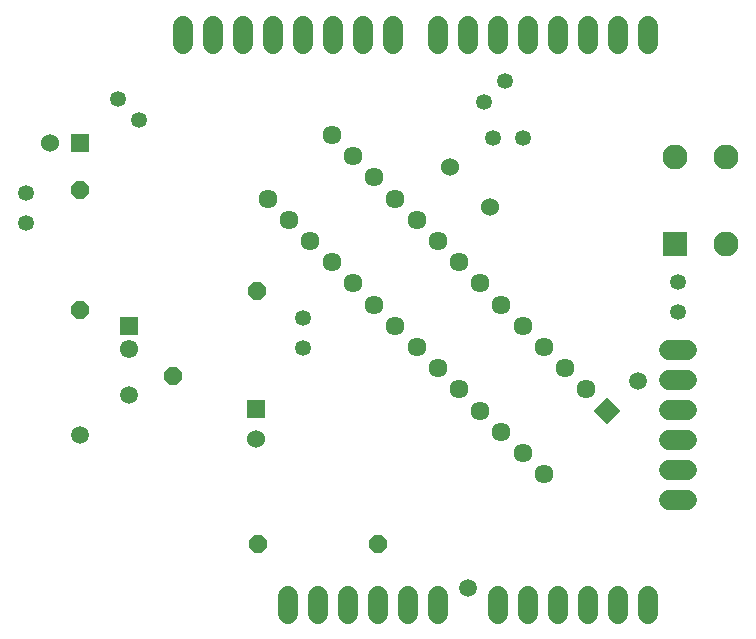
<source format=gbr>
G04 EAGLE Gerber X2 export*
%TF.Part,Single*%
%TF.FileFunction,Soldermask,Bot,1*%
%TF.FilePolarity,Negative*%
%TF.GenerationSoftware,Autodesk,EAGLE,9.0.0*%
%TF.CreationDate,2018-06-20T12:37:21Z*%
G75*
%MOMM*%
%FSLAX34Y34*%
%LPD*%
%AMOC8*
5,1,8,0,0,1.08239X$1,22.5*%
G01*
%ADD10C,1.346200*%
%ADD11R,1.553200X1.553200*%
%ADD12C,1.553200*%
%ADD13R,1.524000X1.524000*%
%ADD14C,1.524000*%
%ADD15C,1.727200*%
%ADD16P,1.649562X8X22.500000*%
%ADD17P,1.649562X8X67.500000*%
%ADD18P,1.649562X8X112.500000*%
%ADD19R,1.611200X1.611200*%
%ADD20C,1.611200*%
%ADD21R,2.108200X2.108200*%
%ADD22C,2.108200*%
%ADD23C,1.503200*%


D10*
X444251Y488445D03*
X426290Y470485D03*
X433657Y440321D03*
X459057Y440321D03*
X38463Y393591D03*
X38729Y368192D03*
X134336Y455045D03*
X116376Y473005D03*
D11*
X125384Y281192D03*
D12*
X125384Y261192D03*
D13*
X233400Y210347D03*
D14*
X233400Y184947D03*
D13*
X84505Y435645D03*
D14*
X59105Y435645D03*
D15*
X582686Y260825D02*
X597926Y260825D01*
X597926Y235425D02*
X582686Y235425D01*
X582686Y210025D02*
X597926Y210025D01*
X597926Y184625D02*
X582686Y184625D01*
X582686Y159225D02*
X597926Y159225D01*
X597926Y133825D02*
X582686Y133825D01*
X260106Y52545D02*
X260106Y37305D01*
X285506Y37305D02*
X285506Y52545D01*
X310906Y52545D02*
X310906Y37305D01*
X336306Y37305D02*
X336306Y52545D01*
X361706Y52545D02*
X361706Y37305D01*
X387106Y37305D02*
X387106Y52545D01*
X171206Y519905D02*
X171206Y535145D01*
X196606Y535145D02*
X196606Y519905D01*
X222006Y519905D02*
X222006Y535145D01*
X247406Y535145D02*
X247406Y519905D01*
X272806Y519905D02*
X272806Y535145D01*
X298206Y535145D02*
X298206Y519905D01*
X323606Y519905D02*
X323606Y535145D01*
X349006Y535145D02*
X349006Y519905D01*
X564906Y519905D02*
X564906Y535145D01*
X539506Y535145D02*
X539506Y519905D01*
X514106Y519905D02*
X514106Y535145D01*
X488706Y535145D02*
X488706Y519905D01*
X463306Y519905D02*
X463306Y535145D01*
X437906Y535145D02*
X437906Y519905D01*
X412506Y519905D02*
X412506Y535145D01*
X387106Y535145D02*
X387106Y519905D01*
X437906Y52545D02*
X437906Y37305D01*
X463306Y37305D02*
X463306Y52545D01*
X488706Y52545D02*
X488706Y37305D01*
X514106Y37305D02*
X514106Y52545D01*
X539506Y52545D02*
X539506Y37305D01*
X564906Y37305D02*
X564906Y52545D01*
D16*
X235106Y96095D03*
X336706Y96095D03*
D17*
X162543Y238565D03*
X234385Y310407D03*
D18*
X84511Y294164D03*
X84511Y395764D03*
D19*
G36*
X530790Y220514D02*
X542182Y209122D01*
X530790Y197730D01*
X519398Y209122D01*
X530790Y220514D01*
G37*
D20*
X512830Y227083D03*
X494869Y245043D03*
X476909Y263004D03*
X458948Y280964D03*
X440988Y298925D03*
X423027Y316885D03*
X405067Y334846D03*
X369146Y370767D03*
X351185Y388727D03*
X333225Y406688D03*
X315264Y424648D03*
X297304Y442609D03*
X243422Y388727D03*
X261383Y370767D03*
X387106Y352806D03*
X279343Y352806D03*
X297304Y334846D03*
X315264Y316885D03*
X333225Y298925D03*
X351185Y280964D03*
X369146Y263004D03*
X387106Y245043D03*
X405067Y227083D03*
X423027Y209122D03*
X440988Y191162D03*
X458948Y173201D03*
X476909Y155241D03*
D14*
X431438Y381553D03*
X397313Y415678D03*
D21*
X587653Y350329D03*
D22*
X630833Y350329D03*
X630833Y423989D03*
X587653Y423989D03*
D10*
X590242Y318146D03*
X590242Y292746D03*
X273260Y261951D03*
X273260Y287351D03*
D23*
X125384Y222356D03*
X84291Y188259D03*
X412655Y58722D03*
X556921Y234141D03*
M02*

</source>
